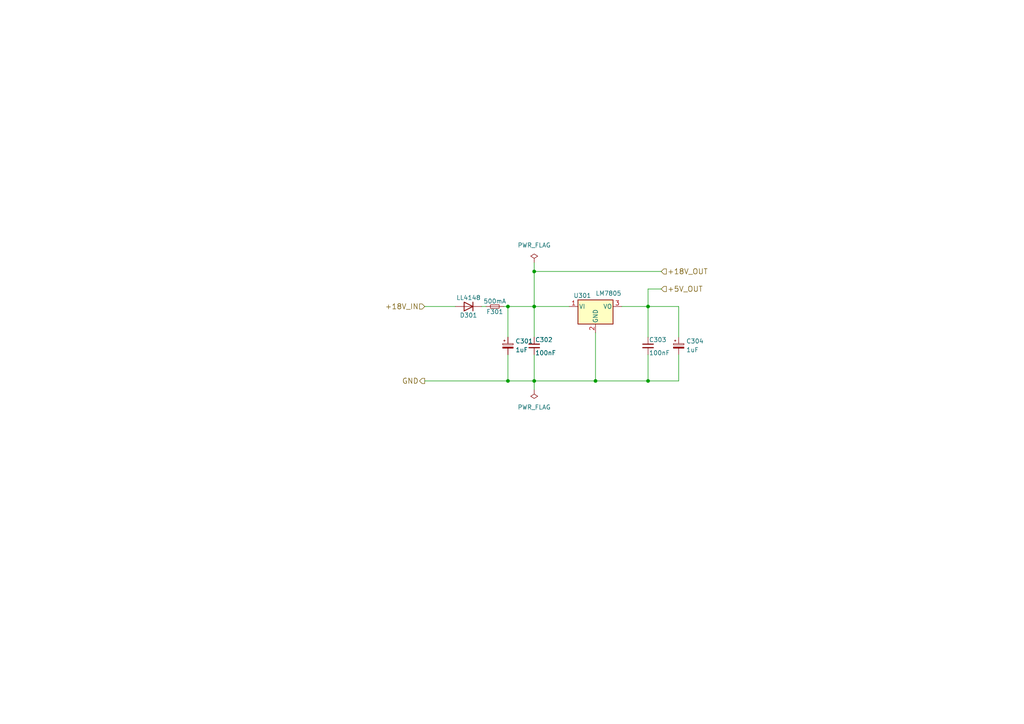
<source format=kicad_sch>
(kicad_sch (version 20211123) (generator eeschema)
  (paper "A4")
  (lib_symbols
    (symbol "Device:C_Polarized_Small" (pin_numbers hide) (pin_names (offset 0.254) hide)
      (property "Reference" "C" (at 0.254 1.778 0))
      (property "Value" "C_Polarized_Small" (at 0.254 -2.032 0))
      (symbol "C_Polarized_Small_0_1"
        (rectangle (start -1.524 -0.3048) (end 1.524 -0.6858) (fill (type outline)))
        (rectangle (start -1.524 0.6858) (end 1.524 0.3048))
        (polyline (pts (xy -1.27 1.524) (xy -0.762 1.524)))
        (polyline (pts (xy -1.016 1.27) (xy -1.016 1.778)))
      )
      (symbol "C_Polarized_Small_1_1"
        (pin passive line (at 0 2.54 270) (length 1.8542) (name "~") (number "1"))
        (pin passive line (at 0 -2.54 90) (length 1.8542) (name "~") (number "2"))
      )
    )
    (symbol "Device:C_Small" (pin_numbers hide) (pin_names (offset 0.254) hide)
      (property "Reference" "C" (at 0.254 1.778 0))
      (property "Value" "C_Small" (at 0.254 -2.032 0))
      (symbol "C_Small_0_1"
        (polyline (pts (xy -1.524 -0.508) (xy 1.524 -0.508)) (stroke (width 0.3302)))
        (polyline (pts (xy -1.524 0.508) (xy 1.524 0.508)) (stroke (width 0.3048)))
      )
      (symbol "C_Small_1_1"
        (pin passive line (at 0 2.54 270) (length 2.032) (name "~") (number "1"))
        (pin passive line (at 0 -2.54 90) (length 2.032) (name "~") (number "2"))
      )
    )
    (symbol "Device:Fuse_Small" (pin_numbers hide) (pin_names (offset 0.254) hide)
      (property "Reference" "F" (at 0 -1.524 0))
      (property "Value" "Fuse_Small" (at 0 1.524 0))
      (symbol "Fuse_Small_0_1"
        (rectangle (start -1.27 0.508) (end 1.27 -0.508))
        (polyline (pts (xy -1.27 0) (xy 1.27 0)))
      )
      (symbol "Fuse_Small_1_1"
        (pin passive line (at -2.54 0 0) (length 1.27) (name "~") (number "1"))
        (pin passive line (at 2.54 0 180) (length 1.27) (name "~") (number "2"))
      )
    )
    (symbol "Diode:LL4148" (pin_numbers hide) (pin_names (offset 1.016) hide)
      (property "Reference" "D" (at 0 2.54 0))
      (property "Value" "LL4148" (at 0 -2.54 0))
      (symbol "LL4148_0_1"
        (polyline (pts (xy -1.27 1.27) (xy -1.27 -1.27)) (stroke (width 0.254)))
        (polyline (pts (xy 1.27 0) (xy -1.27 0)))
        (polyline (pts (xy 1.27 1.27) (xy 1.27 -1.27) (xy -1.27 0) (xy 1.27 1.27)) (stroke (width 0.254)))
      )
      (symbol "LL4148_1_1"
        (pin passive line (at -3.81 0 0) (length 2.54) (name "K") (number "1"))
        (pin passive line (at 3.81 0 180) (length 2.54) (name "A") (number "2"))
      )
    )
    (symbol "Regulator_Linear:LM7805_TO220" (pin_names (offset 0.254))
      (property "Reference" "U" (at -3.81 3.175 0))
      (property "Value" "LM7805_TO220" (at 0 3.175 0))
      (symbol "LM7805_TO220_0_1"
        (rectangle (start -5.08 1.905) (end 5.08 -5.08) (stroke (width 0.254)) (fill (type background)))
      )
      (symbol "LM7805_TO220_1_1"
        (pin power_in line (at -7.62 0 0) (length 2.54) (name "VI") (number "1"))
        (pin power_in line (at 0 -7.62 90) (length 2.54) (name "GND") (number "2"))
        (pin power_out line (at 7.62 0 180) (length 2.54) (name "VO") (number "3"))
      )
    )
    (symbol "power:PWR_FLAG" (power) (pin_numbers hide) (pin_names (offset 0) hide)
      (property "Value" "PWR_FLAG" (at 0 3.81 0))
      (symbol "PWR_FLAG_0_0"
        (pin power_out line (at 0 0 90) (length 0) (name "pwr") (number "1"))
      )
      (symbol "PWR_FLAG_0_1"
        (polyline (pts (xy 0 0) (xy 0 1.27) (xy -1.016 1.905) (xy 0 2.54) (xy 1.016 1.905) (xy 0 1.27)))
      )
    )
  )
  (junction (at 147.32 88.9))
  (junction (at 154.94 110.49))
  (junction (at 187.96 110.49))
  (junction (at 172.72 110.49))
  (junction (at 154.94 78.74))
  (junction (at 187.96 88.9))
  (junction (at 147.32 110.49))
  (junction (at 154.94 88.9))
  (wire (pts (xy 172.72 110.49) (xy 172.72 96.52)))
  (wire (pts (xy 154.94 88.9) (xy 154.94 97.79)))
  (wire (pts (xy 154.94 102.87) (xy 154.94 110.49)))
  (wire (pts (xy 154.94 76.2) (xy 154.94 78.74)))
  (wire (pts (xy 154.94 78.74) (xy 191.77 78.74)))
  (wire (pts (xy 191.77 83.82) (xy 187.96 83.82)))
  (wire (pts (xy 196.85 110.49) (xy 196.85 102.87)))
  (wire (pts (xy 146.05 88.9) (xy 147.32 88.9)))
  (wire (pts (xy 132.08 88.9) (xy 123.19 88.9)))
  (wire (pts (xy 172.72 110.49) (xy 187.96 110.49)))
  (wire (pts (xy 147.32 110.49) (xy 147.32 102.87)))
  (wire (pts (xy 154.94 110.49) (xy 172.72 110.49)))
  (wire (pts (xy 187.96 110.49) (xy 196.85 110.49)))
  (wire (pts (xy 147.32 88.9) (xy 147.32 97.79)))
  (wire (pts (xy 147.32 88.9) (xy 154.94 88.9)))
  (wire (pts (xy 154.94 110.49) (xy 154.94 113.03)))
  (wire (pts (xy 139.7 88.9) (xy 140.97 88.9)))
  (wire (pts (xy 154.94 78.74) (xy 154.94 88.9)))
  (wire (pts (xy 187.96 110.49) (xy 187.96 102.87)))
  (wire (pts (xy 187.96 88.9) (xy 196.85 88.9)))
  (wire (pts (xy 196.85 88.9) (xy 196.85 97.79)))
  (wire (pts (xy 187.96 83.82) (xy 187.96 88.9)))
  (wire (pts (xy 147.32 110.49) (xy 154.94 110.49)))
  (wire (pts (xy 123.19 110.49) (xy 147.32 110.49)))
  (wire (pts (xy 154.94 88.9) (xy 165.1 88.9)))
  (wire (pts (xy 187.96 88.9) (xy 187.96 97.79)))
  (wire (pts (xy 180.34 88.9) (xy 187.96 88.9)))
  (hierarchical_label "+5V_OUT" (shape input) (at 191.77 83.82 0) (effects (font (size 1.524 1.524))))
  (hierarchical_label "GND" (shape output) (at 123.19 110.49 180) (effects (font (size 1.524 1.524))))
  (hierarchical_label "+18V_OUT" (shape input) (at 191.77 78.74 0) (effects (font (size 1.524 1.524))))
  (hierarchical_label "+18V_IN" (shape input) (at 123.19 88.9 180) (effects (font (size 1.524 1.524))))
  (symbol (lib_id "power:PWR_FLAG") (at 154.94 76.2 0) (unit 1)
    (property "Reference" "#FLG0301" (effects hide))
    (property "Value" "PWR_FLAG" (at 154.94 71.12 0))
  )
  (symbol (lib_id "Diode:LL4148") (at 135.89 88.9 180) (unit 1)
    (property "Reference" "D301" (at 135.89 91.44 0))
    (property "Value" "LL4148" (at 135.89 86.36 0))
    (property "Footprint" "Diode_SMD:D_MiniMELF_Handsoldering" (effects hide))
    (property "Datasheet" "https://www.vishay.com/docs/85557/ll4148.pdf" (effects hide))
  )
  (symbol (lib_id "Device:C_Small") (at 154.94 100.33 0) (unit 1)
    (property "Reference" "C302" (at 155.194 98.552 0) (effects (justify left)))
    (property "Value" "100nF" (at 155.194 102.362 0) (effects (justify left)))
    (property "Footprint" "Capacitor_SMD:C_0603_1608Metric_Pad1.08x0.95mm_HandSolder" (effects hide))
  )
  (symbol (lib_id "Device:C_Small") (at 187.96 100.33 0) (unit 1)
    (property "Reference" "C303" (at 188.214 98.552 0) (effects (justify left)))
    (property "Value" "100nF" (at 188.214 102.362 0) (effects (justify left)))
    (property "Footprint" "Capacitor_SMD:C_0603_1608Metric_Pad1.08x0.95mm_HandSolder" (effects hide))
  )
  (symbol (lib_id "Device:C_Polarized_Small") (at 147.32 100.33 0) (unit 1)
    (property "Reference" "C301" (at 149.479 98.9492 0) (effects (justify left)))
    (property "Value" "1uF" (at 149.479 101.4861 0) (effects (justify left)))
    (property "Footprint" "Capacitor_SMD:C_1206_3216Metric_Pad1.33x1.80mm_HandSolder" (effects hide))
  )
  (symbol (lib_id "Device:C_Polarized_Small") (at 196.85 100.33 0) (unit 1)
    (property "Reference" "C304" (at 199.009 98.9492 0) (effects (justify left)))
    (property "Value" "1uF" (at 199.009 101.4861 0) (effects (justify left)))
    (property "Footprint" "Capacitor_SMD:C_1206_3216Metric_Pad1.33x1.80mm_HandSolder" (effects hide))
  )
  (symbol (lib_id "Regulator_Linear:LM7805_TO220") (at 172.72 88.9 0) (unit 1)
    (property "Reference" "U301" (at 168.91 85.725 0))
    (property "Value" "LM7805" (at 172.72 85.09 0) (effects (justify left)))
    (property "Footprint" "KicadZeniteSolarLibrary18:TO-220-3_Horizontal_TabDown_SMD" (effects hide))
    (property "Datasheet" "https://www.sparkfun.com/datasheets/Components/LM7805.pdf" (effects hide))
  )
  (symbol (lib_id "power:PWR_FLAG") (at 154.94 113.03 180) (unit 1)
    (property "Reference" "#FLG0302" (effects hide))
    (property "Value" "PWR_FLAG" (at 154.94 118.11 0))
  )
  (symbol (lib_id "Device:Fuse_Small") (at 143.51 88.9 0) (unit 1)
    (property "Reference" "F301" (at 143.51 90.424 0))
    (property "Value" "500mA" (at 143.51 87.376 0))
    (property "Footprint" "Fuse:Fuse_1206_3216Metric_Pad1.42x1.75mm_HandSolder" (effects hide))
    (property "Datasheet" "https://www.mouser.com/datasheet/2/643/0ZCJ_Nov2016-1132002.pdf" (effects hide))
  )
)
</source>
